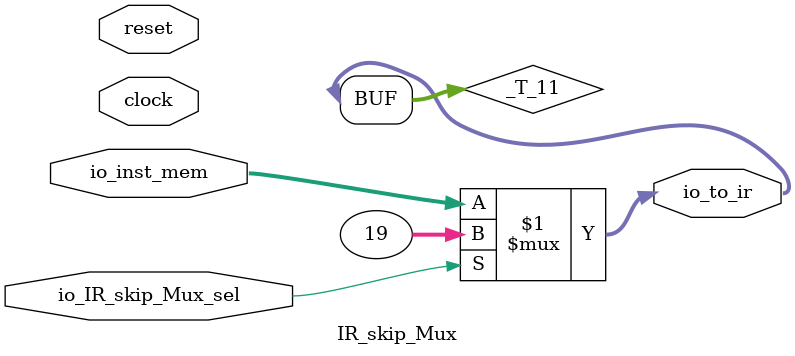
<source format=v>
`ifdef RANDOMIZE_GARBAGE_ASSIGN
`define RANDOMIZE
`endif
`ifdef RANDOMIZE_INVALID_ASSIGN
`define RANDOMIZE
`endif
`ifdef RANDOMIZE_REG_INIT
`define RANDOMIZE
`endif
`ifdef RANDOMIZE_MEM_INIT
`define RANDOMIZE
`endif

module IR_skip_Mux(
  input         clock,
  input         reset,
  input  [31:0] io_inst_mem,
  input         io_IR_skip_Mux_sel,
  output [31:0] io_to_ir
);
  wire [31:0] _T_11;
  assign io_to_ir = _T_11;
  assign _T_11 = io_IR_skip_Mux_sel ? 32'h13 : io_inst_mem;
endmodule

</source>
